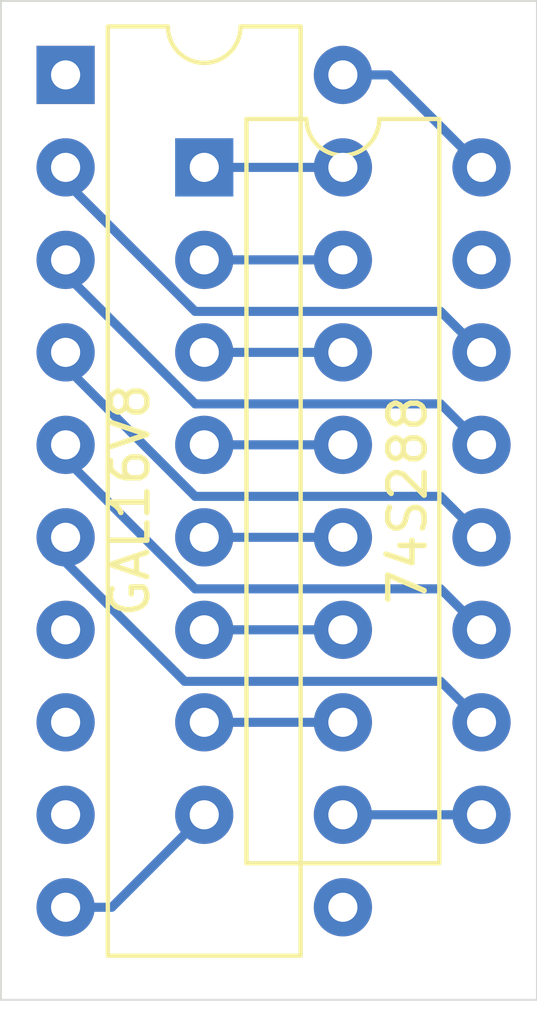
<source format=kicad_pcb>
(kicad_pcb (version 20171130) (host pcbnew "(5.1.10)-1")

  (general
    (thickness 1.6)
    (drawings 6)
    (tracks 32)
    (zones 0)
    (modules 2)
    (nets 22)
  )

  (page A4)
  (layers
    (0 F.Cu signal)
    (31 B.Cu signal)
    (32 B.Adhes user)
    (33 F.Adhes user)
    (34 B.Paste user)
    (35 F.Paste user)
    (36 B.SilkS user)
    (37 F.SilkS user)
    (38 B.Mask user)
    (39 F.Mask user)
    (40 Dwgs.User user)
    (41 Cmts.User user)
    (42 Eco1.User user)
    (43 Eco2.User user)
    (44 Edge.Cuts user)
    (45 Margin user)
    (46 B.CrtYd user)
    (47 F.CrtYd user)
    (48 B.Fab user)
    (49 F.Fab user)
  )

  (setup
    (last_trace_width 0.25)
    (trace_clearance 0.2)
    (zone_clearance 0.508)
    (zone_45_only no)
    (trace_min 0.2)
    (via_size 0.8)
    (via_drill 0.4)
    (via_min_size 0.4)
    (via_min_drill 0.3)
    (uvia_size 0.3)
    (uvia_drill 0.1)
    (uvias_allowed no)
    (uvia_min_size 0.2)
    (uvia_min_drill 0.1)
    (edge_width 0.05)
    (segment_width 0.2)
    (pcb_text_width 0.3)
    (pcb_text_size 1.5 1.5)
    (mod_edge_width 0.12)
    (mod_text_size 1 1)
    (mod_text_width 0.15)
    (pad_size 1.524 1.524)
    (pad_drill 0.762)
    (pad_to_mask_clearance 0)
    (aux_axis_origin 0 0)
    (visible_elements FFFFFF7F)
    (pcbplotparams
      (layerselection 0x010f0_ffffffff)
      (usegerberextensions false)
      (usegerberattributes true)
      (usegerberadvancedattributes true)
      (creategerberjobfile true)
      (excludeedgelayer true)
      (linewidth 0.100000)
      (plotframeref false)
      (viasonmask false)
      (mode 1)
      (useauxorigin false)
      (hpglpennumber 1)
      (hpglpenspeed 20)
      (hpglpendiameter 15.000000)
      (psnegative false)
      (psa4output false)
      (plotreference true)
      (plotvalue true)
      (plotinvisibletext false)
      (padsonsilk false)
      (subtractmaskfromsilk false)
      (outputformat 1)
      (mirror false)
      (drillshape 0)
      (scaleselection 1)
      (outputdirectory "plots/"))
  )

  (net 0 "")
  (net 1 +5V)
  (net 2 GND)
  (net 3 "Net-(U1-Pad15)")
  (net 4 "Net-(U1-Pad7)")
  (net 5 "Net-(U1-Pad14)")
  (net 6 "Net-(U1-Pad6)")
  (net 7 "Net-(U1-Pad13)")
  (net 8 "Net-(U1-Pad5)")
  (net 9 "Net-(U1-Pad12)")
  (net 10 "Net-(U1-Pad4)")
  (net 11 "Net-(U1-Pad11)")
  (net 12 "Net-(U1-Pad3)")
  (net 13 "Net-(U1-Pad10)")
  (net 14 "Net-(U1-Pad2)")
  (net 15 "Net-(U1-Pad9)")
  (net 16 "Net-(U1-Pad1)")
  (net 17 "Net-(U2-Pad9)")
  (net 18 "Net-(U2-Pad8)")
  (net 19 "Net-(U2-Pad7)")
  (net 20 "Net-(U2-Pad11)")
  (net 21 "Net-(U2-Pad1)")

  (net_class Default "This is the default net class."
    (clearance 0.2)
    (trace_width 0.25)
    (via_dia 0.8)
    (via_drill 0.4)
    (uvia_dia 0.3)
    (uvia_drill 0.1)
    (add_net +5V)
    (add_net GND)
    (add_net "Net-(U1-Pad1)")
    (add_net "Net-(U1-Pad10)")
    (add_net "Net-(U1-Pad11)")
    (add_net "Net-(U1-Pad12)")
    (add_net "Net-(U1-Pad13)")
    (add_net "Net-(U1-Pad14)")
    (add_net "Net-(U1-Pad15)")
    (add_net "Net-(U1-Pad2)")
    (add_net "Net-(U1-Pad3)")
    (add_net "Net-(U1-Pad4)")
    (add_net "Net-(U1-Pad5)")
    (add_net "Net-(U1-Pad6)")
    (add_net "Net-(U1-Pad7)")
    (add_net "Net-(U1-Pad9)")
    (add_net "Net-(U2-Pad1)")
    (add_net "Net-(U2-Pad11)")
    (add_net "Net-(U2-Pad7)")
    (add_net "Net-(U2-Pad8)")
    (add_net "Net-(U2-Pad9)")
  )

  (module Package_DIP:DIP-16_W7.62mm (layer F.Cu) (tedit 5A02E8C5) (tstamp 60F2FFF1)
    (at 147.32 78.74)
    (descr "16-lead though-hole mounted DIP package, row spacing 7.62 mm (300 mils)")
    (tags "THT DIP DIL PDIP 2.54mm 7.62mm 300mil")
    (path /60F4291E)
    (fp_text reference U1 (at 6.604 -2.54) (layer F.SilkS) hide
      (effects (font (size 1 1) (thickness 0.15)))
    )
    (fp_text value 74S288 (at 3.81 20.11) (layer F.Fab)
      (effects (font (size 1 1) (thickness 0.15)))
    )
    (fp_text user %R (at 3.81 8.89) (layer F.Fab)
      (effects (font (size 1 1) (thickness 0.15)))
    )
    (fp_arc (start 3.81 -1.33) (end 2.81 -1.33) (angle -180) (layer F.SilkS) (width 0.12))
    (fp_line (start 1.635 -1.27) (end 6.985 -1.27) (layer F.Fab) (width 0.1))
    (fp_line (start 6.985 -1.27) (end 6.985 19.05) (layer F.Fab) (width 0.1))
    (fp_line (start 6.985 19.05) (end 0.635 19.05) (layer F.Fab) (width 0.1))
    (fp_line (start 0.635 19.05) (end 0.635 -0.27) (layer F.Fab) (width 0.1))
    (fp_line (start 0.635 -0.27) (end 1.635 -1.27) (layer F.Fab) (width 0.1))
    (fp_line (start 2.81 -1.33) (end 1.16 -1.33) (layer F.SilkS) (width 0.12))
    (fp_line (start 1.16 -1.33) (end 1.16 19.11) (layer F.SilkS) (width 0.12))
    (fp_line (start 1.16 19.11) (end 6.46 19.11) (layer F.SilkS) (width 0.12))
    (fp_line (start 6.46 19.11) (end 6.46 -1.33) (layer F.SilkS) (width 0.12))
    (fp_line (start 6.46 -1.33) (end 4.81 -1.33) (layer F.SilkS) (width 0.12))
    (fp_line (start -1.1 -1.55) (end -1.1 19.3) (layer F.CrtYd) (width 0.05))
    (fp_line (start -1.1 19.3) (end 8.7 19.3) (layer F.CrtYd) (width 0.05))
    (fp_line (start 8.7 19.3) (end 8.7 -1.55) (layer F.CrtYd) (width 0.05))
    (fp_line (start 8.7 -1.55) (end -1.1 -1.55) (layer F.CrtYd) (width 0.05))
    (pad 16 thru_hole oval (at 7.62 0) (size 1.6 1.6) (drill 0.8) (layers *.Cu *.Mask)
      (net 1 +5V))
    (pad 8 thru_hole oval (at 0 17.78) (size 1.6 1.6) (drill 0.8) (layers *.Cu *.Mask)
      (net 2 GND))
    (pad 15 thru_hole oval (at 7.62 2.54) (size 1.6 1.6) (drill 0.8) (layers *.Cu *.Mask)
      (net 3 "Net-(U1-Pad15)"))
    (pad 7 thru_hole oval (at 0 15.24) (size 1.6 1.6) (drill 0.8) (layers *.Cu *.Mask)
      (net 4 "Net-(U1-Pad7)"))
    (pad 14 thru_hole oval (at 7.62 5.08) (size 1.6 1.6) (drill 0.8) (layers *.Cu *.Mask)
      (net 5 "Net-(U1-Pad14)"))
    (pad 6 thru_hole oval (at 0 12.7) (size 1.6 1.6) (drill 0.8) (layers *.Cu *.Mask)
      (net 6 "Net-(U1-Pad6)"))
    (pad 13 thru_hole oval (at 7.62 7.62) (size 1.6 1.6) (drill 0.8) (layers *.Cu *.Mask)
      (net 7 "Net-(U1-Pad13)"))
    (pad 5 thru_hole oval (at 0 10.16) (size 1.6 1.6) (drill 0.8) (layers *.Cu *.Mask)
      (net 8 "Net-(U1-Pad5)"))
    (pad 12 thru_hole oval (at 7.62 10.16) (size 1.6 1.6) (drill 0.8) (layers *.Cu *.Mask)
      (net 9 "Net-(U1-Pad12)"))
    (pad 4 thru_hole oval (at 0 7.62) (size 1.6 1.6) (drill 0.8) (layers *.Cu *.Mask)
      (net 10 "Net-(U1-Pad4)"))
    (pad 11 thru_hole oval (at 7.62 12.7) (size 1.6 1.6) (drill 0.8) (layers *.Cu *.Mask)
      (net 11 "Net-(U1-Pad11)"))
    (pad 3 thru_hole oval (at 0 5.08) (size 1.6 1.6) (drill 0.8) (layers *.Cu *.Mask)
      (net 12 "Net-(U1-Pad3)"))
    (pad 10 thru_hole oval (at 7.62 15.24) (size 1.6 1.6) (drill 0.8) (layers *.Cu *.Mask)
      (net 13 "Net-(U1-Pad10)"))
    (pad 2 thru_hole oval (at 0 2.54) (size 1.6 1.6) (drill 0.8) (layers *.Cu *.Mask)
      (net 14 "Net-(U1-Pad2)"))
    (pad 9 thru_hole oval (at 7.62 17.78) (size 1.6 1.6) (drill 0.8) (layers *.Cu *.Mask)
      (net 15 "Net-(U1-Pad9)"))
    (pad 1 thru_hole rect (at 0 0) (size 1.6 1.6) (drill 0.8) (layers *.Cu *.Mask)
      (net 16 "Net-(U1-Pad1)"))
    (model ${KISYS3DMOD}/Package_DIP.3dshapes/DIP-16_W7.62mm.wrl
      (at (xyz 0 0 0))
      (scale (xyz 1 1 1))
      (rotate (xyz 0 0 0))
    )
  )

  (module Package_DIP:DIP-20_W7.62mm (layer F.Cu) (tedit 5A02E8C5) (tstamp 60F30FA4)
    (at 143.51 76.2)
    (descr "20-lead though-hole mounted DIP package, row spacing 7.62 mm (300 mils)")
    (tags "THT DIP DIL PDIP 2.54mm 7.62mm 300mil")
    (path /60F30F2F)
    (fp_text reference U2 (at 3.81 0) (layer F.SilkS) hide
      (effects (font (size 1 1) (thickness 0.15)))
    )
    (fp_text value GAL16V8 (at 3.81 25.19) (layer F.Fab)
      (effects (font (size 1 1) (thickness 0.15)))
    )
    (fp_text user %R (at 3.81 11.43) (layer F.Fab)
      (effects (font (size 1 1) (thickness 0.15)))
    )
    (fp_arc (start 3.81 -1.33) (end 2.81 -1.33) (angle -180) (layer F.SilkS) (width 0.12))
    (fp_line (start 1.635 -1.27) (end 6.985 -1.27) (layer F.Fab) (width 0.1))
    (fp_line (start 6.985 -1.27) (end 6.985 24.13) (layer F.Fab) (width 0.1))
    (fp_line (start 6.985 24.13) (end 0.635 24.13) (layer F.Fab) (width 0.1))
    (fp_line (start 0.635 24.13) (end 0.635 -0.27) (layer F.Fab) (width 0.1))
    (fp_line (start 0.635 -0.27) (end 1.635 -1.27) (layer F.Fab) (width 0.1))
    (fp_line (start 2.81 -1.33) (end 1.16 -1.33) (layer F.SilkS) (width 0.12))
    (fp_line (start 1.16 -1.33) (end 1.16 24.19) (layer F.SilkS) (width 0.12))
    (fp_line (start 1.16 24.19) (end 6.46 24.19) (layer F.SilkS) (width 0.12))
    (fp_line (start 6.46 24.19) (end 6.46 -1.33) (layer F.SilkS) (width 0.12))
    (fp_line (start 6.46 -1.33) (end 4.81 -1.33) (layer F.SilkS) (width 0.12))
    (fp_line (start -1.1 -1.55) (end -1.1 24.4) (layer F.CrtYd) (width 0.05))
    (fp_line (start -1.1 24.4) (end 8.7 24.4) (layer F.CrtYd) (width 0.05))
    (fp_line (start 8.7 24.4) (end 8.7 -1.55) (layer F.CrtYd) (width 0.05))
    (fp_line (start 8.7 -1.55) (end -1.1 -1.55) (layer F.CrtYd) (width 0.05))
    (pad 20 thru_hole oval (at 7.62 0) (size 1.6 1.6) (drill 0.8) (layers *.Cu *.Mask)
      (net 1 +5V))
    (pad 10 thru_hole oval (at 0 22.86) (size 1.6 1.6) (drill 0.8) (layers *.Cu *.Mask)
      (net 2 GND))
    (pad 19 thru_hole oval (at 7.62 2.54) (size 1.6 1.6) (drill 0.8) (layers *.Cu *.Mask)
      (net 16 "Net-(U1-Pad1)"))
    (pad 9 thru_hole oval (at 0 20.32) (size 1.6 1.6) (drill 0.8) (layers *.Cu *.Mask)
      (net 17 "Net-(U2-Pad9)"))
    (pad 18 thru_hole oval (at 7.62 5.08) (size 1.6 1.6) (drill 0.8) (layers *.Cu *.Mask)
      (net 14 "Net-(U1-Pad2)"))
    (pad 8 thru_hole oval (at 0 17.78) (size 1.6 1.6) (drill 0.8) (layers *.Cu *.Mask)
      (net 18 "Net-(U2-Pad8)"))
    (pad 17 thru_hole oval (at 7.62 7.62) (size 1.6 1.6) (drill 0.8) (layers *.Cu *.Mask)
      (net 12 "Net-(U1-Pad3)"))
    (pad 7 thru_hole oval (at 0 15.24) (size 1.6 1.6) (drill 0.8) (layers *.Cu *.Mask)
      (net 19 "Net-(U2-Pad7)"))
    (pad 16 thru_hole oval (at 7.62 10.16) (size 1.6 1.6) (drill 0.8) (layers *.Cu *.Mask)
      (net 10 "Net-(U1-Pad4)"))
    (pad 6 thru_hole oval (at 0 12.7) (size 1.6 1.6) (drill 0.8) (layers *.Cu *.Mask)
      (net 13 "Net-(U1-Pad10)"))
    (pad 15 thru_hole oval (at 7.62 12.7) (size 1.6 1.6) (drill 0.8) (layers *.Cu *.Mask)
      (net 8 "Net-(U1-Pad5)"))
    (pad 5 thru_hole oval (at 0 10.16) (size 1.6 1.6) (drill 0.8) (layers *.Cu *.Mask)
      (net 11 "Net-(U1-Pad11)"))
    (pad 14 thru_hole oval (at 7.62 15.24) (size 1.6 1.6) (drill 0.8) (layers *.Cu *.Mask)
      (net 6 "Net-(U1-Pad6)"))
    (pad 4 thru_hole oval (at 0 7.62) (size 1.6 1.6) (drill 0.8) (layers *.Cu *.Mask)
      (net 9 "Net-(U1-Pad12)"))
    (pad 13 thru_hole oval (at 7.62 17.78) (size 1.6 1.6) (drill 0.8) (layers *.Cu *.Mask)
      (net 4 "Net-(U1-Pad7)"))
    (pad 3 thru_hole oval (at 0 5.08) (size 1.6 1.6) (drill 0.8) (layers *.Cu *.Mask)
      (net 7 "Net-(U1-Pad13)"))
    (pad 12 thru_hole oval (at 7.62 20.32) (size 1.6 1.6) (drill 0.8) (layers *.Cu *.Mask)
      (net 15 "Net-(U1-Pad9)"))
    (pad 2 thru_hole oval (at 0 2.54) (size 1.6 1.6) (drill 0.8) (layers *.Cu *.Mask)
      (net 5 "Net-(U1-Pad14)"))
    (pad 11 thru_hole oval (at 7.62 22.86) (size 1.6 1.6) (drill 0.8) (layers *.Cu *.Mask)
      (net 20 "Net-(U2-Pad11)"))
    (pad 1 thru_hole rect (at 0 0) (size 1.6 1.6) (drill 0.8) (layers *.Cu *.Mask)
      (net 21 "Net-(U2-Pad1)"))
    (model ${KISYS3DMOD}/Package_DIP.3dshapes/DIP-20_W7.62mm.wrl
      (at (xyz 0 0 0))
      (scale (xyz 1 1 1))
      (rotate (xyz 0 0 0))
    )
  )

  (gr_line (start 141.732 101.6) (end 141.732 74.168) (layer Edge.Cuts) (width 0.05) (tstamp 60F30F53))
  (gr_line (start 156.464 101.6) (end 141.732 101.6) (layer Edge.Cuts) (width 0.05))
  (gr_line (start 156.464 74.168) (end 156.464 101.6) (layer Edge.Cuts) (width 0.05))
  (gr_line (start 141.732 74.168) (end 156.464 74.168) (layer Edge.Cuts) (width 0.05))
  (gr_text 74S288 (at 152.908 87.884 90) (layer F.SilkS)
    (effects (font (size 1 1) (thickness 0.15)))
  )
  (gr_text GAL16V8 (at 145.288 87.884 90) (layer F.SilkS) (tstamp 60F30D22)
    (effects (font (size 1 1) (thickness 0.15)))
  )

  (segment (start 152.4 76.2) (end 154.94 78.74) (width 0.25) (layer B.Cu) (net 1))
  (segment (start 151.13 76.2) (end 152.4 76.2) (width 0.25) (layer B.Cu) (net 1))
  (segment (start 144.78 99.06) (end 147.32 96.52) (width 0.25) (layer B.Cu) (net 2))
  (segment (start 143.51 99.06) (end 144.78 99.06) (width 0.25) (layer B.Cu) (net 2))
  (segment (start 147.32 93.98) (end 151.13 93.98) (width 0.25) (layer B.Cu) (net 4))
  (segment (start 153.814999 82.694999) (end 154.94 83.82) (width 0.25) (layer B.Cu) (net 5))
  (segment (start 147.069997 82.694999) (end 153.814999 82.694999) (width 0.25) (layer B.Cu) (net 5))
  (segment (start 143.51 79.135002) (end 147.069997 82.694999) (width 0.25) (layer B.Cu) (net 5))
  (segment (start 143.51 78.74) (end 143.51 79.135002) (width 0.25) (layer F.Cu) (net 5))
  (segment (start 147.32 91.44) (end 151.13 91.44) (width 0.25) (layer B.Cu) (net 6))
  (segment (start 147.069997 85.234999) (end 153.814999 85.234999) (width 0.25) (layer B.Cu) (net 7))
  (segment (start 143.51 81.675002) (end 147.069997 85.234999) (width 0.25) (layer B.Cu) (net 7))
  (segment (start 143.51 81.28) (end 143.51 81.675002) (width 0.25) (layer F.Cu) (net 7))
  (segment (start 153.814999 85.234999) (end 154.94 86.36) (width 0.25) (layer B.Cu) (net 7))
  (segment (start 147.32 88.9) (end 151.13 88.9) (width 0.25) (layer B.Cu) (net 8))
  (segment (start 143.51 84.215002) (end 143.51 83.82) (width 0.25) (layer B.Cu) (net 9))
  (segment (start 147.069997 87.774999) (end 143.51 84.215002) (width 0.25) (layer B.Cu) (net 9))
  (segment (start 153.814999 87.774999) (end 147.069997 87.774999) (width 0.25) (layer B.Cu) (net 9))
  (segment (start 154.94 88.9) (end 153.814999 87.774999) (width 0.25) (layer B.Cu) (net 9))
  (segment (start 147.32 86.36) (end 151.13 86.36) (width 0.25) (layer B.Cu) (net 10))
  (segment (start 153.814999 90.314999) (end 154.94 91.44) (width 0.25) (layer B.Cu) (net 11))
  (segment (start 147.069997 90.314999) (end 153.814999 90.314999) (width 0.25) (layer B.Cu) (net 11))
  (segment (start 143.51 86.755002) (end 147.069997 90.314999) (width 0.25) (layer B.Cu) (net 11))
  (segment (start 143.51 86.36) (end 143.51 86.755002) (width 0.25) (layer F.Cu) (net 11))
  (segment (start 147.32 83.82) (end 151.13 83.82) (width 0.25) (layer B.Cu) (net 12))
  (segment (start 153.814999 92.854999) (end 154.94 93.98) (width 0.25) (layer B.Cu) (net 13))
  (segment (start 146.779999 92.854999) (end 153.814999 92.854999) (width 0.25) (layer B.Cu) (net 13))
  (segment (start 143.51 89.585) (end 146.779999 92.854999) (width 0.25) (layer B.Cu) (net 13))
  (segment (start 143.51 88.9) (end 143.51 89.585) (width 0.25) (layer F.Cu) (net 13))
  (segment (start 147.32 81.28) (end 151.13 81.28) (width 0.25) (layer B.Cu) (net 14))
  (segment (start 151.13 96.52) (end 154.94 96.52) (width 0.25) (layer B.Cu) (net 15))
  (segment (start 147.32 78.74) (end 151.13 78.74) (width 0.25) (layer B.Cu) (net 16))

)

</source>
